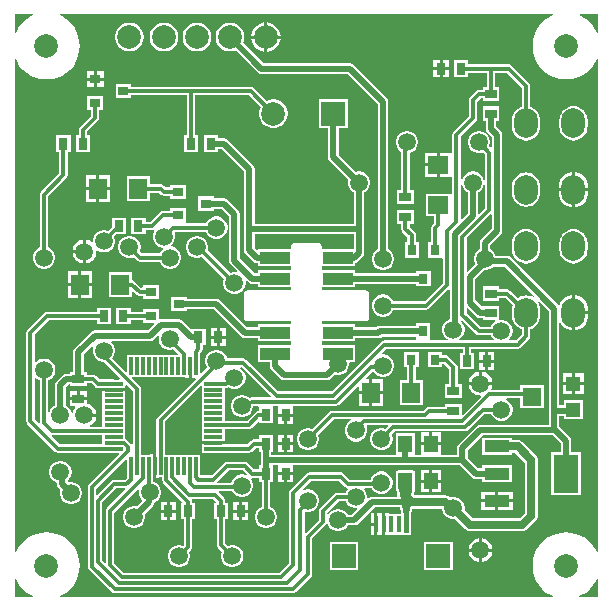
<source format=gbr>
%TF.GenerationSoftware,Altium Limited,Altium Designer,21.2.1 (34)*%
G04 Layer_Physical_Order=2*
G04 Layer_Color=11511158*
%FSLAX25Y25*%
%MOIN*%
%TF.SameCoordinates,9F7D5B0E-9DD4-4BF0-BF89-A6B7BC673C6C*%
%TF.FilePolarity,Positive*%
%TF.FileFunction,Copper,L2,Bot,Signal*%
%TF.Part,Single*%
G01*
G75*
%TA.AperFunction,Conductor*%
%ADD10C,0.01181*%
%ADD11C,0.01968*%
%TA.AperFunction,ComponentPad*%
%ADD12O,0.07874X0.09843*%
%ADD13R,0.07874X0.07874*%
%ADD14C,0.07874*%
%ADD15C,0.05906*%
%TA.AperFunction,ViaPad*%
%ADD16C,0.07874*%
%ADD17C,0.05906*%
%TA.AperFunction,SMDPad,CuDef*%
%ADD18R,0.03740X0.03150*%
%ADD19R,0.03150X0.03740*%
%ADD20R,0.03150X0.03937*%
%ADD21R,0.06000X0.07000*%
%ADD22R,0.07000X0.06000*%
%ADD23R,0.05906X0.01181*%
%ADD24R,0.03937X0.03150*%
%ADD25R,0.01181X0.05906*%
%ADD26R,0.04500X0.05400*%
%ADD27R,0.07874X0.07874*%
%ADD28R,0.01575X0.05512*%
%ADD29R,0.08465X0.03937*%
%ADD30R,0.08465X0.12992*%
%ADD31R,0.06299X0.06299*%
%ADD32R,0.04724X0.04724*%
%ADD33R,0.09843X0.03937*%
%TA.AperFunction,Conductor*%
%ADD34C,0.02756*%
G36*
X195646Y189525D02*
X195260Y189448D01*
X194987Y190108D01*
X194071Y191602D01*
X192934Y192934D01*
X191602Y194071D01*
X190108Y194987D01*
X189448Y195260D01*
X189525Y195646D01*
X195646D01*
Y189525D01*
D02*
G37*
G36*
X7402Y195260D02*
X6742Y194987D01*
X5249Y194071D01*
X3917Y192934D01*
X2779Y191602D01*
X1863Y190108D01*
X1590Y189448D01*
X1204Y189525D01*
Y195646D01*
X7325D01*
X7402Y195260D01*
D02*
G37*
G36*
X180630D02*
X179971Y194987D01*
X178477Y194071D01*
X177145Y192934D01*
X176007Y191602D01*
X175092Y190108D01*
X174422Y188489D01*
X174012Y186786D01*
X173875Y185039D01*
X174012Y183293D01*
X174422Y181589D01*
X175092Y179971D01*
X176007Y178477D01*
X177145Y177145D01*
X178477Y176007D01*
X179971Y175092D01*
X181589Y174422D01*
X183293Y174012D01*
X185039Y173875D01*
X186786Y174012D01*
X188489Y174422D01*
X190108Y175092D01*
X191602Y176007D01*
X192934Y177145D01*
X194071Y178477D01*
X194987Y179971D01*
X195260Y180630D01*
X195646Y180553D01*
Y16297D01*
X195260Y16220D01*
X194987Y16880D01*
X194071Y18373D01*
X192934Y19705D01*
X191602Y20843D01*
X190108Y21758D01*
X188489Y22429D01*
X186786Y22838D01*
X185039Y22975D01*
X183293Y22838D01*
X181589Y22429D01*
X179971Y21758D01*
X178477Y20843D01*
X177145Y19705D01*
X176007Y18373D01*
X175092Y16880D01*
X174422Y15261D01*
X174012Y13557D01*
X173875Y11811D01*
X174012Y10064D01*
X174422Y8361D01*
X175092Y6742D01*
X176007Y5249D01*
X177145Y3917D01*
X178477Y2779D01*
X179971Y1863D01*
X180630Y1590D01*
X180553Y1204D01*
X16297D01*
X16220Y1590D01*
X16880Y1863D01*
X18373Y2779D01*
X19705Y3917D01*
X20843Y5249D01*
X21758Y6742D01*
X22429Y8361D01*
X22838Y10064D01*
X22975Y11811D01*
X22838Y13557D01*
X22429Y15261D01*
X21758Y16880D01*
X20843Y18373D01*
X19705Y19705D01*
X18373Y20843D01*
X16880Y21758D01*
X15261Y22429D01*
X13557Y22838D01*
X11811Y22975D01*
X10064Y22838D01*
X8361Y22429D01*
X6742Y21758D01*
X5249Y20843D01*
X3917Y19705D01*
X2779Y18373D01*
X1863Y16880D01*
X1590Y16220D01*
X1204Y16297D01*
Y180553D01*
X1590Y180630D01*
X1863Y179971D01*
X2779Y178477D01*
X3917Y177145D01*
X5249Y176007D01*
X6742Y175092D01*
X8361Y174422D01*
X10064Y174012D01*
X11811Y173875D01*
X13557Y174012D01*
X15261Y174422D01*
X16880Y175092D01*
X18373Y176007D01*
X19705Y177145D01*
X20843Y178477D01*
X21758Y179971D01*
X22429Y181589D01*
X22838Y183293D01*
X22975Y185039D01*
X22838Y186786D01*
X22429Y188489D01*
X21758Y190108D01*
X20843Y191602D01*
X19705Y192934D01*
X18373Y194071D01*
X16880Y194987D01*
X16220Y195260D01*
X16297Y195646D01*
X180553D01*
X180630Y195260D01*
D02*
G37*
G36*
X195646Y7325D02*
Y1204D01*
X189525D01*
X189448Y1590D01*
X190108Y1863D01*
X191602Y2779D01*
X192934Y3917D01*
X194071Y5249D01*
X194987Y6742D01*
X195260Y7402D01*
X195646Y7325D01*
D02*
G37*
G36*
X1863Y6742D02*
X2779Y5249D01*
X3917Y3917D01*
X5249Y2779D01*
X6742Y1863D01*
X7402Y1590D01*
X7325Y1204D01*
X1204D01*
Y7325D01*
X1590Y7402D01*
X1863Y6742D01*
D02*
G37*
%LPC*%
G36*
X85500Y192934D02*
Y188500D01*
X89934D01*
X89747Y189440D01*
X89375Y190339D01*
X88835Y191147D01*
X88147Y191835D01*
X87339Y192375D01*
X86440Y192747D01*
X85500Y192934D01*
D02*
G37*
G36*
X84500D02*
X83560Y192747D01*
X82661Y192375D01*
X81853Y191835D01*
X81165Y191147D01*
X80625Y190339D01*
X80253Y189440D01*
X80066Y188500D01*
X84500D01*
Y192934D01*
D02*
G37*
G36*
X62465Y192724D02*
X61535D01*
X60622Y192543D01*
X59762Y192187D01*
X58988Y191670D01*
X58330Y191012D01*
X57813Y190238D01*
X57457Y189378D01*
X57276Y188465D01*
Y187535D01*
X57457Y186622D01*
X57813Y185762D01*
X58330Y184988D01*
X58988Y184330D01*
X59762Y183813D01*
X60622Y183457D01*
X61535Y183276D01*
X62465D01*
X63378Y183457D01*
X64238Y183813D01*
X65012Y184330D01*
X65670Y184988D01*
X66187Y185762D01*
X66543Y186622D01*
X66724Y187535D01*
Y188465D01*
X66543Y189378D01*
X66187Y190238D01*
X65670Y191012D01*
X65012Y191670D01*
X64238Y192187D01*
X63378Y192543D01*
X62465Y192724D01*
D02*
G37*
G36*
X51465D02*
X50535D01*
X49622Y192543D01*
X48762Y192187D01*
X47988Y191670D01*
X47330Y191012D01*
X46813Y190238D01*
X46457Y189378D01*
X46276Y188465D01*
Y187535D01*
X46457Y186622D01*
X46813Y185762D01*
X47330Y184988D01*
X47988Y184330D01*
X48762Y183813D01*
X49622Y183457D01*
X50535Y183276D01*
X51465D01*
X52378Y183457D01*
X53238Y183813D01*
X54012Y184330D01*
X54670Y184988D01*
X55187Y185762D01*
X55543Y186622D01*
X55724Y187535D01*
Y188465D01*
X55543Y189378D01*
X55187Y190238D01*
X54670Y191012D01*
X54012Y191670D01*
X53238Y192187D01*
X52378Y192543D01*
X51465Y192724D01*
D02*
G37*
G36*
X39965D02*
X39035D01*
X38122Y192543D01*
X37262Y192187D01*
X36488Y191670D01*
X35830Y191012D01*
X35313Y190238D01*
X34957Y189378D01*
X34776Y188465D01*
Y187535D01*
X34957Y186622D01*
X35313Y185762D01*
X35830Y184988D01*
X36488Y184330D01*
X37262Y183813D01*
X38122Y183457D01*
X39035Y183276D01*
X39965D01*
X40878Y183457D01*
X41738Y183813D01*
X42512Y184330D01*
X43170Y184988D01*
X43687Y185762D01*
X44043Y186622D01*
X44224Y187535D01*
Y188465D01*
X44043Y189378D01*
X43687Y190238D01*
X43170Y191012D01*
X42512Y191670D01*
X41738Y192187D01*
X40878Y192543D01*
X39965Y192724D01*
D02*
G37*
G36*
X89934Y187500D02*
X85500D01*
Y183066D01*
X86440Y183253D01*
X87339Y183625D01*
X88147Y184165D01*
X88835Y184853D01*
X89375Y185661D01*
X89747Y186560D01*
X89934Y187500D01*
D02*
G37*
G36*
X84500D02*
X80066D01*
X80253Y186560D01*
X80625Y185661D01*
X81165Y184853D01*
X81853Y184165D01*
X82661Y183625D01*
X83560Y183253D01*
X84500Y183066D01*
Y187500D01*
D02*
G37*
G36*
X145980Y180468D02*
X143905D01*
Y178000D01*
X145980D01*
Y180468D01*
D02*
G37*
G36*
X142905D02*
X140831D01*
Y178000D01*
X142905D01*
Y180468D01*
D02*
G37*
G36*
X145980Y177000D02*
X143905D01*
Y174531D01*
X145980D01*
Y177000D01*
D02*
G37*
G36*
X142905D02*
X140831D01*
Y174531D01*
X142905D01*
Y177000D01*
D02*
G37*
G36*
X30921Y176512D02*
X28551D01*
Y174437D01*
X30921D01*
Y176512D01*
D02*
G37*
G36*
X27551D02*
X25181D01*
Y174437D01*
X27551D01*
Y176512D01*
D02*
G37*
G36*
X30921Y173437D02*
X28551D01*
Y171362D01*
X30921D01*
Y173437D01*
D02*
G37*
G36*
X27551D02*
X25181D01*
Y171362D01*
X27551D01*
Y173437D01*
D02*
G37*
G36*
X40157Y172362D02*
X34843D01*
Y167638D01*
X40157D01*
Y168595D01*
X58595D01*
Y155256D01*
X57638D01*
Y149744D01*
X62362D01*
Y155256D01*
X61405D01*
Y168595D01*
X79418D01*
X83302Y164711D01*
X82957Y163878D01*
X82776Y162965D01*
Y162035D01*
X82957Y161122D01*
X83313Y160262D01*
X83830Y159488D01*
X84488Y158830D01*
X85262Y158313D01*
X86122Y157957D01*
X87035Y157776D01*
X87965D01*
X88878Y157957D01*
X89738Y158313D01*
X90512Y158830D01*
X91170Y159488D01*
X91687Y160262D01*
X92043Y161122D01*
X92224Y162035D01*
Y162965D01*
X92043Y163878D01*
X91687Y164738D01*
X91170Y165512D01*
X90512Y166170D01*
X89738Y166687D01*
X88878Y167043D01*
X87965Y167224D01*
X87035D01*
X86122Y167043D01*
X85289Y166698D01*
X80993Y170993D01*
X80538Y171298D01*
X80000Y171405D01*
X40157D01*
Y172362D01*
D02*
G37*
G36*
X187500Y164944D02*
X186574Y164853D01*
X185683Y164583D01*
X184863Y164144D01*
X184143Y163554D01*
X183553Y162834D01*
X183114Y162014D01*
X182844Y161123D01*
X182753Y160197D01*
Y158228D01*
X182844Y157302D01*
X183114Y156412D01*
X183553Y155591D01*
X184143Y154871D01*
X184863Y154281D01*
X185683Y153842D01*
X186574Y153572D01*
X187500Y153481D01*
X188426Y153572D01*
X189317Y153842D01*
X190137Y154281D01*
X190857Y154871D01*
X191447Y155591D01*
X191886Y156412D01*
X192156Y157302D01*
X192247Y158228D01*
Y160197D01*
X192156Y161123D01*
X191886Y162014D01*
X191447Y162834D01*
X190857Y163554D01*
X190137Y164144D01*
X189317Y164583D01*
X188426Y164853D01*
X187500Y164944D01*
D02*
G37*
G36*
X152362Y180256D02*
X147638D01*
Y174744D01*
X152362D01*
Y176095D01*
X158595D01*
Y171457D01*
X157244D01*
Y170499D01*
X156095D01*
X155557Y170393D01*
X155101Y170088D01*
X153006Y167993D01*
X152702Y167538D01*
X152595Y167000D01*
Y161582D01*
X147506Y156493D01*
X147202Y156038D01*
X147095Y155500D01*
Y149854D01*
X147000Y149500D01*
X146701Y149500D01*
X143000D01*
Y145500D01*
Y141500D01*
X146701D01*
X147000Y141500D01*
X147095Y141146D01*
Y135995D01*
X146787Y135787D01*
X146701Y135787D01*
X138213D01*
Y128213D01*
X141095D01*
Y126082D01*
X140506Y125494D01*
X140202Y125038D01*
X140095Y124500D01*
Y119606D01*
X139075D01*
Y114291D01*
X143701D01*
X143799Y114291D01*
X144095Y114055D01*
Y106082D01*
X137918Y99905D01*
X127496D01*
X127485Y99944D01*
X126993Y100796D01*
X126296Y101493D01*
X125444Y101985D01*
X124492Y102240D01*
X123508D01*
X122556Y101985D01*
X121704Y101493D01*
X121007Y100796D01*
X120515Y99944D01*
X120260Y98992D01*
Y98008D01*
X120515Y97056D01*
X121007Y96204D01*
X121704Y95507D01*
X122556Y95015D01*
X123508Y94760D01*
X124492D01*
X125444Y95015D01*
X126296Y95507D01*
X126993Y96204D01*
X127485Y97056D01*
X127496Y97095D01*
X138500D01*
X139038Y97202D01*
X139494Y97507D01*
X145830Y103843D01*
X146194Y103692D01*
Y94022D01*
X146056Y93985D01*
X145203Y93493D01*
X144507Y92796D01*
X144015Y91944D01*
X143760Y90992D01*
Y90008D01*
X144015Y89056D01*
X144507Y88204D01*
X145203Y87507D01*
X145565Y87299D01*
X145459Y86905D01*
X139817D01*
X139799Y87291D01*
X139799Y87299D01*
Y92606D01*
X135075D01*
Y91755D01*
X122949D01*
X122257Y91618D01*
X121792Y91306D01*
X114709D01*
Y92256D01*
X103566D01*
Y93284D01*
X118110D01*
X118571Y93376D01*
X118962Y93637D01*
X119223Y94027D01*
X119315Y94488D01*
Y102362D01*
X119223Y102823D01*
X118962Y103214D01*
X118571Y103475D01*
X118110Y103566D01*
X103566D01*
Y104744D01*
X114709D01*
Y105694D01*
X135138D01*
Y104842D01*
X139862D01*
Y110158D01*
X135138D01*
Y109306D01*
X114709D01*
Y110256D01*
X103566D01*
Y111744D01*
X114709D01*
Y112735D01*
X115191Y112831D01*
X115777Y113223D01*
X117277Y114723D01*
X117669Y115309D01*
X117806Y116000D01*
Y124000D01*
Y136224D01*
X118297Y136507D01*
X118993Y137204D01*
X119485Y138056D01*
X119740Y139008D01*
Y139992D01*
X119485Y140944D01*
X118993Y141797D01*
X118297Y142493D01*
X117444Y142985D01*
X116492Y143240D01*
X115508D01*
X114961Y143094D01*
X109306Y148748D01*
Y157776D01*
X112224D01*
Y167224D01*
X102776D01*
Y157776D01*
X105694D01*
Y148000D01*
X105831Y147309D01*
X106223Y146723D01*
X112406Y140539D01*
X112260Y139992D01*
Y139008D01*
X112515Y138056D01*
X113007Y137204D01*
X113704Y136507D01*
X114194Y136224D01*
Y125806D01*
X81306D01*
Y144000D01*
X81169Y144691D01*
X80777Y145277D01*
X72277Y153777D01*
X71691Y154169D01*
X71000Y154306D01*
X68957D01*
Y155256D01*
X64232D01*
Y149744D01*
X68957D01*
Y150694D01*
X70252D01*
X77694Y143252D01*
Y124000D01*
Y117000D01*
X77831Y116309D01*
X78223Y115723D01*
X80723Y113223D01*
X81309Y112831D01*
X82000Y112694D01*
X82291D01*
Y111744D01*
X93284D01*
Y110256D01*
X82291D01*
Y109306D01*
X81248D01*
X76306Y114248D01*
Y129000D01*
X76169Y129691D01*
X75777Y130277D01*
X72277Y133777D01*
X71691Y134169D01*
X71000Y134306D01*
X67658D01*
Y134862D01*
X62343D01*
Y130138D01*
X67658D01*
Y130694D01*
X70252D01*
X72694Y128252D01*
Y113500D01*
X72831Y112809D01*
X73223Y112223D01*
X75409Y110036D01*
X75206Y109683D01*
X74992Y109740D01*
X74008D01*
X73056Y109485D01*
X73022Y109465D01*
X65579Y116908D01*
X65740Y117508D01*
Y118492D01*
X65485Y119444D01*
X64993Y120297D01*
X64297Y120993D01*
X63444Y121485D01*
X62492Y121740D01*
X61508D01*
X60556Y121485D01*
X59703Y120993D01*
X59007Y120297D01*
X58515Y119444D01*
X58260Y118492D01*
Y117508D01*
X58515Y116556D01*
X59007Y115703D01*
X59703Y115007D01*
X60556Y114515D01*
X61508Y114260D01*
X62492D01*
X63444Y114515D01*
X63795Y114718D01*
X71035Y107478D01*
X71015Y107444D01*
X70760Y106492D01*
Y105508D01*
X71015Y104556D01*
X71507Y103703D01*
X72203Y103007D01*
X73056Y102515D01*
X74008Y102260D01*
X74992D01*
X75944Y102515D01*
X76797Y103007D01*
X77493Y103703D01*
X77985Y104556D01*
X78240Y105508D01*
Y106492D01*
X78183Y106706D01*
X78536Y106909D01*
X79223Y106223D01*
X79809Y105831D01*
X80500Y105694D01*
X82291D01*
Y104744D01*
X93284D01*
Y103566D01*
X78740D01*
X78279Y103475D01*
X77889Y103214D01*
X77628Y102823D01*
X77536Y102362D01*
Y94488D01*
X77628Y94027D01*
X77889Y93637D01*
X78279Y93376D01*
X78740Y93284D01*
X93284D01*
Y92256D01*
X82291D01*
Y91306D01*
X78748D01*
X69777Y100277D01*
X69191Y100669D01*
X68500Y100806D01*
X58657D01*
Y101362D01*
X53342D01*
Y96638D01*
X58657D01*
Y97194D01*
X67752D01*
X76723Y88223D01*
X77309Y87831D01*
X78000Y87694D01*
X82291D01*
Y86744D01*
X93284D01*
Y85256D01*
X82291D01*
Y79744D01*
X86194D01*
Y78500D01*
X86331Y77809D01*
X86723Y77223D01*
X89723Y74223D01*
X90309Y73831D01*
X91000Y73694D01*
X105500D01*
X106191Y73831D01*
X106777Y74223D01*
X107961Y75406D01*
X108508Y75260D01*
X109492D01*
X110444Y75515D01*
X111296Y76007D01*
X111993Y76704D01*
X112485Y77556D01*
X112740Y78508D01*
Y79492D01*
X112933Y79744D01*
X114709D01*
Y85256D01*
X103566D01*
Y86744D01*
X114709D01*
Y87694D01*
X122500D01*
X123191Y87831D01*
X123657Y88143D01*
X135075D01*
Y87299D01*
X135075Y87291D01*
X135057Y86905D01*
X124500D01*
X123962Y86798D01*
X123506Y86493D01*
X106887Y69873D01*
X89113D01*
X78493Y80493D01*
X78038Y80798D01*
X77500Y80905D01*
X72130D01*
X71985Y81444D01*
X71493Y82297D01*
X70797Y82993D01*
X69944Y83485D01*
X68992Y83740D01*
X68008D01*
X67056Y83485D01*
X66203Y82993D01*
X65507Y82297D01*
X65015Y81444D01*
X64760Y80492D01*
Y79508D01*
X65015Y78556D01*
X65401Y77888D01*
X63395Y75882D01*
X63032Y76033D01*
Y78132D01*
X63059Y78268D01*
Y82572D01*
X63493Y83007D01*
X63798Y83462D01*
X63905Y84000D01*
Y85244D01*
X64862D01*
Y90756D01*
X60138D01*
X60138Y90756D01*
Y90756D01*
X59808Y90914D01*
X57277Y93445D01*
X56691Y93837D01*
X56000Y93974D01*
X50168D01*
X49602Y93862D01*
X49209Y94095D01*
Y97425D01*
X43894D01*
Y96405D01*
X39862D01*
Y97756D01*
X35138D01*
Y92244D01*
X39862D01*
Y93595D01*
X43894D01*
Y92701D01*
X47632D01*
X47782Y92337D01*
X45752Y90306D01*
X28000D01*
X27309Y90169D01*
X26723Y89777D01*
X21223Y84277D01*
X20831Y83691D01*
X20694Y83000D01*
Y76457D01*
X19744D01*
Y75806D01*
X18500D01*
X17809Y75669D01*
X17223Y75277D01*
X15223Y73277D01*
X14831Y72691D01*
X14694Y72000D01*
Y65276D01*
X14203Y64993D01*
X13507Y64297D01*
X13015Y63444D01*
X12799Y62637D01*
X12405Y62689D01*
Y73527D01*
X12475Y73546D01*
X13328Y74038D01*
X14024Y74735D01*
X14516Y75588D01*
X14771Y76539D01*
Y77524D01*
X14516Y78475D01*
X14024Y79328D01*
X13328Y80024D01*
X12475Y80516D01*
X11524Y80771D01*
X10539D01*
X9588Y80516D01*
X8735Y80024D01*
X8299Y79588D01*
X7905Y79751D01*
Y88918D01*
X12582Y93595D01*
X28543D01*
Y92244D01*
X33268D01*
Y97756D01*
X28543D01*
Y96405D01*
X12000D01*
X11462Y96298D01*
X11007Y95993D01*
X5507Y90493D01*
X5202Y90038D01*
X5095Y89500D01*
Y60000D01*
X5202Y59462D01*
X5507Y59007D01*
X14699Y49814D01*
X15155Y49509D01*
X15693Y49402D01*
X34193D01*
X34329Y49429D01*
X35928D01*
X36079Y49065D01*
X26006Y38993D01*
X25702Y38538D01*
X25595Y38000D01*
Y11500D01*
X25702Y10962D01*
X26006Y10507D01*
X33569Y2944D01*
X34025Y2639D01*
X34563Y2532D01*
X93937D01*
X94475Y2639D01*
X94930Y2944D01*
X99993Y8007D01*
X100298Y8462D01*
X100405Y9000D01*
Y20918D01*
X104993Y25506D01*
X105084Y25642D01*
X105511Y25572D01*
X105515Y25556D01*
X106007Y24703D01*
X106703Y24007D01*
X107556Y23515D01*
X108508Y23260D01*
X109492D01*
X110444Y23515D01*
X111296Y24007D01*
X111993Y24703D01*
X112276Y25194D01*
X114500D01*
X115191Y25331D01*
X115777Y25723D01*
X119462Y29407D01*
X119846Y29235D01*
X119846Y29055D01*
Y26130D01*
X121134D01*
Y29386D01*
X120205D01*
X119997Y29386D01*
X119825Y29771D01*
X121248Y31194D01*
X129616D01*
X129963Y29478D01*
X129714Y29173D01*
X125980D01*
Y29386D01*
X124693D01*
Y25630D01*
Y21874D01*
X125980D01*
Y22087D01*
X130650D01*
X130693Y22058D01*
X131000Y21997D01*
X132700D01*
X133007Y22058D01*
X133050Y22087D01*
X133445D01*
Y22509D01*
X133503Y22800D01*
Y28350D01*
X133807Y30811D01*
X133814Y30816D01*
X143743D01*
X143760Y30799D01*
Y30508D01*
X144015Y29556D01*
X144507Y28703D01*
X145203Y28007D01*
X146056Y27515D01*
X147008Y27260D01*
X147992D01*
X148118Y27294D01*
X151456Y23956D01*
X151908Y23609D01*
X152435Y23390D01*
X153000Y23316D01*
X170500D01*
X171065Y23390D01*
X171592Y23609D01*
X172044Y23956D01*
X175044Y26956D01*
X175391Y27408D01*
X175610Y27935D01*
X175684Y28500D01*
Y47000D01*
X175610Y47565D01*
X175391Y48092D01*
X175044Y48544D01*
X170489Y53100D01*
X170037Y53447D01*
X169510Y53665D01*
X168945Y53739D01*
X166988D01*
Y54311D01*
X156949D01*
Y48799D01*
X166988D01*
Y49371D01*
X168040D01*
X171316Y46095D01*
Y29405D01*
X169595Y27684D01*
X153905D01*
X151207Y30382D01*
X151240Y30508D01*
Y31492D01*
X150985Y32444D01*
X150493Y33296D01*
X149796Y33993D01*
X148944Y34485D01*
X147992Y34740D01*
X147008D01*
X146210Y34526D01*
X146192Y34544D01*
X145740Y34891D01*
X145213Y35110D01*
X144648Y35184D01*
X134718D01*
X134388Y35514D01*
X134512Y36513D01*
X134537D01*
Y36721D01*
X134597Y37201D01*
X134593Y37251D01*
X134603Y37300D01*
Y42800D01*
X134542Y43107D01*
X134537Y43114D01*
Y43487D01*
X134188D01*
X134107Y43542D01*
X133800Y43603D01*
X129200D01*
X128893Y43542D01*
X128812Y43487D01*
X128463D01*
Y43114D01*
X128458Y43107D01*
X128397Y42800D01*
Y37300D01*
X128413Y37221D01*
X128413Y37141D01*
X128463Y36896D01*
Y36513D01*
X128540D01*
X128824Y35111D01*
X128574Y34806D01*
X120500D01*
X119809Y34669D01*
X119223Y34277D01*
X119134Y34188D01*
X118740Y34352D01*
Y35162D01*
X118485Y36113D01*
X117993Y36966D01*
X117727Y37231D01*
X117878Y37595D01*
X120281D01*
X120507Y37203D01*
X121203Y36507D01*
X122056Y36015D01*
X123008Y35760D01*
X123992D01*
X124944Y36015D01*
X125796Y36507D01*
X126493Y37203D01*
X126985Y38056D01*
X127240Y39008D01*
Y39992D01*
X126985Y40944D01*
X126493Y41796D01*
X125796Y42493D01*
X124944Y42985D01*
X123992Y43240D01*
X123008D01*
X122056Y42985D01*
X121203Y42493D01*
X120507Y41796D01*
X120015Y40944D01*
X119870Y40405D01*
X113082D01*
X110994Y42494D01*
X110538Y42798D01*
X110000Y42905D01*
X99500D01*
X98962Y42798D01*
X98507Y42494D01*
X93007Y36994D01*
X92702Y36538D01*
X92595Y36000D01*
Y12582D01*
X89418Y9405D01*
X37582D01*
X34405Y12582D01*
Y29481D01*
X42383Y37459D01*
X42736Y37256D01*
X42591Y36711D01*
Y35727D01*
X42845Y34775D01*
X43338Y33923D01*
X43853Y33408D01*
X42039Y31594D01*
X41492Y31740D01*
X40508D01*
X39556Y31485D01*
X38704Y30993D01*
X38007Y30296D01*
X37515Y29444D01*
X37260Y28492D01*
Y27508D01*
X37515Y26556D01*
X38007Y25703D01*
X38704Y25007D01*
X39556Y24515D01*
X40508Y24260D01*
X41492D01*
X42444Y24515D01*
X43297Y25007D01*
X43993Y25703D01*
X44485Y26556D01*
X44740Y27508D01*
Y28492D01*
X44594Y29039D01*
X47277Y31723D01*
X47669Y32309D01*
X47752Y32728D01*
X47774Y32734D01*
X48627Y33226D01*
X49324Y33923D01*
X49816Y34775D01*
X50071Y35727D01*
Y36711D01*
X49816Y37663D01*
X49324Y38516D01*
X48627Y39212D01*
X47774Y39704D01*
X47311Y39829D01*
Y41047D01*
X47374D01*
Y45000D01*
Y48953D01*
X46284D01*
Y48740D01*
X43374D01*
Y70531D01*
X43266Y71069D01*
X42962Y71525D01*
X40323Y74164D01*
X40474Y74528D01*
X58095D01*
Y74315D01*
X59185D01*
Y78268D01*
X60185D01*
Y74315D01*
X61271D01*
X61547Y74033D01*
X48849Y61336D01*
X48544Y60880D01*
X48438Y60343D01*
Y48953D01*
X48374D01*
Y45000D01*
Y41047D01*
X49465D01*
Y41260D01*
X50406D01*
Y40189D01*
X50513Y39651D01*
X50818Y39195D01*
X56893Y33120D01*
X56743Y32756D01*
X56732D01*
Y27244D01*
X57689D01*
Y18788D01*
X57619Y18700D01*
X57367Y18506D01*
X56492Y18740D01*
X55508D01*
X54556Y18485D01*
X53703Y17993D01*
X53007Y17297D01*
X52515Y16444D01*
X52260Y15492D01*
Y14508D01*
X52515Y13556D01*
X53007Y12704D01*
X53703Y12007D01*
X54556Y11515D01*
X55508Y11260D01*
X56492D01*
X57444Y11515D01*
X58297Y12007D01*
X58993Y12704D01*
X59485Y13556D01*
X59740Y14508D01*
Y15492D01*
X59485Y16444D01*
X59465Y16478D01*
X60088Y17101D01*
X60392Y17557D01*
X60499Y18094D01*
Y27244D01*
X61457D01*
Y32756D01*
X60405D01*
Y33000D01*
X60298Y33538D01*
X60189Y33701D01*
X60399Y34095D01*
X67418D01*
X68363Y33150D01*
X68200Y32756D01*
X67638D01*
Y27244D01*
X68595D01*
Y18717D01*
X68702Y18179D01*
X69007Y17723D01*
X70251Y16478D01*
X70231Y16444D01*
X69976Y15492D01*
Y14508D01*
X70231Y13556D01*
X70724Y12704D01*
X71420Y12007D01*
X72273Y11515D01*
X73224Y11260D01*
X74209D01*
X75160Y11515D01*
X76013Y12007D01*
X76709Y12704D01*
X77202Y13556D01*
X77457Y14508D01*
Y15492D01*
X77202Y16444D01*
X76709Y17297D01*
X76013Y17993D01*
X75160Y18485D01*
X74209Y18740D01*
X73224D01*
X72273Y18485D01*
X72238Y18465D01*
X71405Y19298D01*
Y27244D01*
X72362D01*
Y32756D01*
X71405D01*
Y33500D01*
X71298Y34038D01*
X70993Y34493D01*
X69286Y36201D01*
X69449Y36595D01*
X73781D01*
X74007Y36204D01*
X74704Y35507D01*
X75556Y35015D01*
X76508Y34760D01*
X77492D01*
X78444Y35015D01*
X79296Y35507D01*
X79993Y36204D01*
X80485Y37056D01*
X80740Y38008D01*
Y38992D01*
X80485Y39944D01*
X79994Y40794D01*
X79997Y40803D01*
X80189Y41157D01*
X80500Y41095D01*
X82638D01*
Y39744D01*
X83595D01*
Y31496D01*
X83556Y31485D01*
X82704Y30993D01*
X82007Y30296D01*
X81515Y29444D01*
X81260Y28492D01*
Y27508D01*
X81515Y26556D01*
X82007Y25703D01*
X82704Y25007D01*
X83556Y24515D01*
X84508Y24260D01*
X85492D01*
X86444Y24515D01*
X87296Y25007D01*
X87993Y25703D01*
X88485Y26556D01*
X88740Y27508D01*
Y28492D01*
X88485Y29444D01*
X87993Y30296D01*
X87296Y30993D01*
X86444Y31485D01*
X86405Y31496D01*
Y39744D01*
X87362D01*
Y45194D01*
X89020D01*
Y43000D01*
X94169D01*
Y45194D01*
X149752D01*
X153723Y41223D01*
X154309Y40831D01*
X155000Y40694D01*
X156949D01*
Y39744D01*
X166988D01*
Y45256D01*
X156949D01*
Y44306D01*
X155748D01*
X152306Y47748D01*
Y50252D01*
X157248Y55194D01*
X180752D01*
X183194Y52752D01*
Y49784D01*
X179980D01*
Y35217D01*
X190020D01*
Y49784D01*
X186806D01*
Y53500D01*
X186669Y54191D01*
X186277Y54777D01*
X182806Y58248D01*
Y61694D01*
X184350D01*
Y60689D01*
X190650D01*
Y66988D01*
X184350D01*
Y65306D01*
X182806D01*
Y92654D01*
X183200Y92753D01*
X183375Y92425D01*
X183992Y91673D01*
X184744Y91056D01*
X185601Y90598D01*
X186532Y90316D01*
X187000Y90269D01*
Y96165D01*
Y102061D01*
X186532Y102015D01*
X185601Y101733D01*
X184744Y101274D01*
X183992Y100657D01*
X183375Y99906D01*
X182917Y99048D01*
X182794Y98644D01*
X182405Y98586D01*
X182277Y98777D01*
X166531Y114524D01*
X165945Y114916D01*
X165253Y115053D01*
X161590D01*
X161485Y115444D01*
X160993Y116297D01*
X160296Y116993D01*
X159806Y117276D01*
Y118752D01*
X163277Y122223D01*
X163669Y122809D01*
X163806Y123500D01*
Y155500D01*
X163669Y156191D01*
X163277Y156777D01*
X161806Y158248D01*
Y160138D01*
X162756D01*
Y164862D01*
X157244D01*
Y160138D01*
X158194D01*
Y157500D01*
X158331Y156809D01*
X158723Y156223D01*
X160194Y154752D01*
Y151308D01*
X159830Y151157D01*
X159465Y151522D01*
X159485Y151556D01*
X159740Y152508D01*
Y153492D01*
X159485Y154444D01*
X158993Y155297D01*
X158297Y155993D01*
X157444Y156485D01*
X156492Y156740D01*
X155508D01*
X154556Y156485D01*
X153703Y155993D01*
X153007Y155297D01*
X152515Y154444D01*
X152260Y153492D01*
Y152508D01*
X152515Y151556D01*
X153007Y150704D01*
X153703Y150007D01*
X154556Y149515D01*
X155508Y149260D01*
X156492D01*
X157444Y149515D01*
X157478Y149535D01*
X158095Y148918D01*
Y140189D01*
X157701Y140137D01*
X157485Y140944D01*
X156993Y141797D01*
X156297Y142493D01*
X155444Y142985D01*
X154492Y143240D01*
X153508D01*
X152556Y142985D01*
X151704Y142493D01*
X151007Y141797D01*
X150515Y140944D01*
X150299Y140137D01*
X149905Y140189D01*
Y154918D01*
X154993Y160006D01*
X155298Y160462D01*
X155405Y161000D01*
Y166418D01*
X156676Y167690D01*
X157244D01*
Y166732D01*
X162756D01*
Y171457D01*
X161405D01*
Y176095D01*
X165418D01*
X170347Y171166D01*
Y164708D01*
X169935Y164583D01*
X169114Y164144D01*
X168395Y163554D01*
X167805Y162834D01*
X167366Y162014D01*
X167096Y161123D01*
X167005Y160197D01*
Y158228D01*
X167096Y157302D01*
X167366Y156412D01*
X167805Y155591D01*
X168395Y154871D01*
X169114Y154281D01*
X169935Y153842D01*
X170826Y153572D01*
X171752Y153481D01*
X172678Y153572D01*
X173569Y153842D01*
X174389Y154281D01*
X175109Y154871D01*
X175699Y155591D01*
X176138Y156412D01*
X176408Y157302D01*
X176499Y158228D01*
Y160197D01*
X176408Y161123D01*
X176138Y162014D01*
X175699Y162834D01*
X175109Y163554D01*
X174389Y164144D01*
X173569Y164583D01*
X173157Y164708D01*
Y171748D01*
X173050Y172286D01*
X172745Y172741D01*
X166993Y178493D01*
X166538Y178798D01*
X166000Y178905D01*
X152362D01*
Y180256D01*
D02*
G37*
G36*
X30709Y168425D02*
X25394D01*
Y163701D01*
X26646D01*
Y161633D01*
X23101Y158088D01*
X22796Y157632D01*
X22690Y157095D01*
Y155256D01*
X21732D01*
Y149744D01*
X26457D01*
Y155256D01*
X25499D01*
Y156512D01*
X29045Y160058D01*
X29349Y160513D01*
X29456Y161051D01*
Y163701D01*
X30709D01*
Y168425D01*
D02*
G37*
G36*
X142000Y149500D02*
X138000D01*
Y146000D01*
X142000D01*
Y149500D01*
D02*
G37*
G36*
Y145000D02*
X138000D01*
Y141500D01*
X142000D01*
Y145000D01*
D02*
G37*
G36*
X33000Y142000D02*
X29500D01*
Y138000D01*
X33000D01*
Y142000D01*
D02*
G37*
G36*
X28500D02*
X25000D01*
Y138000D01*
X28500D01*
Y142000D01*
D02*
G37*
G36*
X188000Y143061D02*
Y137665D01*
X192461D01*
Y138150D01*
X192366Y139117D01*
X192083Y140048D01*
X191625Y140906D01*
X191008Y141657D01*
X190256Y142274D01*
X189399Y142733D01*
X188468Y143015D01*
X188000Y143061D01*
D02*
G37*
G36*
X187000D02*
X186532Y143015D01*
X185601Y142733D01*
X184744Y142274D01*
X183992Y141657D01*
X183375Y140906D01*
X182917Y140048D01*
X182634Y139117D01*
X182539Y138150D01*
Y137665D01*
X187000D01*
Y143061D01*
D02*
G37*
G36*
X46287Y141787D02*
X38713D01*
Y133213D01*
X46287D01*
Y136095D01*
X49418D01*
X50007Y135506D01*
X50462Y135202D01*
X51000Y135095D01*
X52894D01*
Y134075D01*
X58209D01*
Y138799D01*
X52894D01*
Y137905D01*
X51582D01*
X50994Y138494D01*
X50538Y138798D01*
X50000Y138905D01*
X46287D01*
Y141787D01*
D02*
G37*
G36*
X33000Y137000D02*
X29500D01*
Y133000D01*
X33000D01*
Y137000D01*
D02*
G37*
G36*
X28500D02*
X25000D01*
Y133000D01*
X28500D01*
Y137000D01*
D02*
G37*
G36*
X132492Y156740D02*
X131508D01*
X130556Y156485D01*
X129703Y155993D01*
X129007Y155297D01*
X128515Y154444D01*
X128260Y153492D01*
Y152508D01*
X128515Y151556D01*
X129007Y150704D01*
X129703Y150007D01*
X130095Y149781D01*
Y136957D01*
X128744D01*
Y132232D01*
X134256D01*
Y136957D01*
X132905D01*
Y149370D01*
X133444Y149515D01*
X134297Y150007D01*
X134993Y150704D01*
X135485Y151556D01*
X135740Y152508D01*
Y153492D01*
X135485Y154444D01*
X134993Y155297D01*
X134297Y155993D01*
X133444Y156485D01*
X132492Y156740D01*
D02*
G37*
G36*
X171752Y142897D02*
X170826Y142806D01*
X169935Y142535D01*
X169114Y142097D01*
X168395Y141506D01*
X167805Y140787D01*
X167366Y139966D01*
X167096Y139076D01*
X167005Y138150D01*
Y136181D01*
X167096Y135255D01*
X167366Y134364D01*
X167805Y133544D01*
X168395Y132824D01*
X169114Y132234D01*
X169935Y131795D01*
X170826Y131525D01*
X171752Y131434D01*
X172678Y131525D01*
X173569Y131795D01*
X174389Y132234D01*
X175109Y132824D01*
X175699Y133544D01*
X176138Y134364D01*
X176408Y135255D01*
X176499Y136181D01*
Y138150D01*
X176408Y139076D01*
X176138Y139966D01*
X175699Y140787D01*
X175109Y141506D01*
X174389Y142097D01*
X173569Y142535D01*
X172678Y142806D01*
X171752Y142897D01*
D02*
G37*
G36*
X192461Y136665D02*
X188000D01*
Y131269D01*
X188468Y131316D01*
X189399Y131598D01*
X190256Y132056D01*
X191008Y132673D01*
X191625Y133425D01*
X192083Y134283D01*
X192366Y135213D01*
X192461Y136181D01*
Y136665D01*
D02*
G37*
G36*
X187000D02*
X182539D01*
Y136181D01*
X182634Y135213D01*
X182917Y134283D01*
X183375Y133425D01*
X183992Y132673D01*
X184744Y132056D01*
X185601Y131598D01*
X186532Y131316D01*
X187000Y131269D01*
Y136665D01*
D02*
G37*
G36*
X58209Y130925D02*
X52894D01*
Y129968D01*
X50563D01*
X50025Y129861D01*
X49569Y129556D01*
X46418Y126405D01*
X44862D01*
Y127756D01*
X40138D01*
Y122244D01*
X44862D01*
Y123595D01*
X47000D01*
X47493Y123693D01*
X47617Y123592D01*
X47768Y123382D01*
X47515Y122944D01*
X47260Y121992D01*
Y121008D01*
X47515Y120056D01*
X48007Y119203D01*
X48704Y118507D01*
X49556Y118015D01*
X50441Y117778D01*
X50541Y117568D01*
X50577Y117366D01*
X50007Y116797D01*
X49515Y115944D01*
X49504Y115905D01*
X43582D01*
X42965Y116522D01*
X42985Y116556D01*
X43240Y117508D01*
Y118492D01*
X42985Y119444D01*
X42493Y120297D01*
X41796Y120993D01*
X40944Y121485D01*
X39992Y121740D01*
X39008D01*
X38056Y121485D01*
X37203Y120993D01*
X36507Y120297D01*
X36015Y119444D01*
X35760Y118492D01*
Y117508D01*
X36015Y116556D01*
X36507Y115703D01*
X37203Y115007D01*
X38056Y114515D01*
X39008Y114260D01*
X39992D01*
X40944Y114515D01*
X40978Y114535D01*
X42006Y113506D01*
X42462Y113202D01*
X43000Y113095D01*
X49504D01*
X49515Y113056D01*
X50007Y112204D01*
X50704Y111507D01*
X51556Y111015D01*
X52508Y110760D01*
X53492D01*
X54444Y111015D01*
X55296Y111507D01*
X55993Y112204D01*
X56485Y113056D01*
X56740Y114008D01*
Y114992D01*
X56485Y115944D01*
X55993Y116797D01*
X55296Y117493D01*
X54444Y117985D01*
X53559Y118222D01*
X53459Y118432D01*
X53423Y118634D01*
X53993Y119203D01*
X54485Y120056D01*
X54740Y121008D01*
Y121992D01*
X54546Y122716D01*
X54825Y123092D01*
X54832Y123095D01*
X65004D01*
X65015Y123056D01*
X65507Y122204D01*
X66203Y121507D01*
X67056Y121015D01*
X68008Y120760D01*
X68992D01*
X69944Y121015D01*
X70797Y121507D01*
X71493Y122204D01*
X71985Y123056D01*
X72240Y124008D01*
Y124992D01*
X71985Y125944D01*
X71493Y126796D01*
X70797Y127493D01*
X69944Y127985D01*
X68992Y128240D01*
X68008D01*
X67056Y127985D01*
X66203Y127493D01*
X65507Y126796D01*
X65015Y125944D01*
X65004Y125905D01*
X58445D01*
X58209Y126201D01*
X58209Y126299D01*
Y130925D01*
D02*
G37*
G36*
X38268Y127756D02*
X33543D01*
Y124622D01*
X33534Y124616D01*
X32370Y123451D01*
X31492Y123686D01*
X30508D01*
X29556Y123431D01*
X28703Y122939D01*
X28007Y122242D01*
X27515Y121389D01*
X27260Y120438D01*
Y119887D01*
X27086Y119770D01*
X26866Y119698D01*
X26026Y120183D01*
X25020Y120453D01*
X25000D01*
Y116500D01*
Y112547D01*
X25020D01*
X26026Y112817D01*
X26927Y113337D01*
X27663Y114073D01*
X28183Y114974D01*
X28453Y115980D01*
Y116663D01*
X28481Y116696D01*
X28846Y116870D01*
X29556Y116461D01*
X30508Y116206D01*
X31492D01*
X32444Y116461D01*
X33296Y116953D01*
X33993Y117649D01*
X34485Y118502D01*
X34740Y119454D01*
Y120438D01*
X34485Y121389D01*
X34411Y121518D01*
X35137Y122244D01*
X38268D01*
Y127756D01*
D02*
G37*
G36*
X24000Y120453D02*
X23980D01*
X22974Y120183D01*
X22073Y119663D01*
X21337Y118927D01*
X20817Y118026D01*
X20547Y117020D01*
Y117000D01*
X24000D01*
Y120453D01*
D02*
G37*
G36*
X134256Y130362D02*
X128744D01*
Y125638D01*
X130095D01*
Y124000D01*
X130202Y123462D01*
X130507Y123006D01*
X132158Y121355D01*
Y119606D01*
X131201D01*
Y114291D01*
X135925D01*
Y119606D01*
X134968D01*
Y121937D01*
X134861Y122475D01*
X134556Y122931D01*
X132905Y124582D01*
Y125638D01*
X134256D01*
Y130362D01*
D02*
G37*
G36*
X24000Y116000D02*
X20547D01*
Y115980D01*
X20817Y114974D01*
X21337Y114073D01*
X22073Y113337D01*
X22974Y112817D01*
X23980Y112547D01*
X24000D01*
Y116000D01*
D02*
G37*
G36*
X187500Y123944D02*
X186574Y123853D01*
X185683Y123583D01*
X184863Y123144D01*
X184143Y122554D01*
X183553Y121834D01*
X183114Y121014D01*
X182844Y120123D01*
X182753Y119197D01*
Y117228D01*
X182844Y116302D01*
X183114Y115412D01*
X183553Y114591D01*
X184143Y113872D01*
X184863Y113281D01*
X185683Y112842D01*
X186574Y112572D01*
X187500Y112481D01*
X188426Y112572D01*
X189317Y112842D01*
X190137Y113281D01*
X190857Y113872D01*
X191447Y114591D01*
X191886Y115412D01*
X192156Y116302D01*
X192247Y117228D01*
Y119197D01*
X192156Y120123D01*
X191886Y121014D01*
X191447Y121834D01*
X190857Y122554D01*
X190137Y123144D01*
X189317Y123583D01*
X188426Y123853D01*
X187500Y123944D01*
D02*
G37*
G36*
X171752D02*
X170826Y123853D01*
X169935Y123583D01*
X169114Y123144D01*
X168395Y122554D01*
X167805Y121834D01*
X167366Y121014D01*
X167096Y120123D01*
X167005Y119197D01*
Y117228D01*
X167096Y116302D01*
X167366Y115412D01*
X167805Y114591D01*
X168395Y113872D01*
X169114Y113281D01*
X169935Y112842D01*
X170826Y112572D01*
X171752Y112481D01*
X172678Y112572D01*
X173569Y112842D01*
X174389Y113281D01*
X175109Y113872D01*
X175699Y114591D01*
X176138Y115412D01*
X176408Y116302D01*
X176499Y117228D01*
Y119197D01*
X176408Y120123D01*
X176138Y121014D01*
X175699Y121834D01*
X175109Y122554D01*
X174389Y123144D01*
X173569Y123583D01*
X172678Y123853D01*
X171752Y123944D01*
D02*
G37*
G36*
X19862Y155256D02*
X15138D01*
Y149744D01*
X16095D01*
Y142582D01*
X10007Y136494D01*
X9702Y136038D01*
X9595Y135500D01*
Y117996D01*
X9556Y117985D01*
X8704Y117493D01*
X8007Y116797D01*
X7515Y115944D01*
X7260Y114992D01*
Y114008D01*
X7515Y113056D01*
X8007Y112204D01*
X8704Y111507D01*
X9556Y111015D01*
X10508Y110760D01*
X11492D01*
X12444Y111015D01*
X13296Y111507D01*
X13993Y112204D01*
X14485Y113056D01*
X14740Y114008D01*
Y114992D01*
X14485Y115944D01*
X13993Y116797D01*
X13296Y117493D01*
X12444Y117985D01*
X12405Y117996D01*
Y134918D01*
X18494Y141007D01*
X18798Y141462D01*
X18905Y142000D01*
Y149744D01*
X19862D01*
Y155256D01*
D02*
G37*
G36*
X73465Y192724D02*
X72535D01*
X71622Y192543D01*
X70762Y192187D01*
X69988Y191670D01*
X69330Y191012D01*
X68813Y190238D01*
X68457Y189378D01*
X68276Y188465D01*
Y187535D01*
X68457Y186622D01*
X68813Y185762D01*
X69330Y184988D01*
X69988Y184330D01*
X70762Y183813D01*
X71622Y183457D01*
X72535Y183276D01*
X73465D01*
X74378Y183457D01*
X74810Y183636D01*
X82223Y176223D01*
X82809Y175831D01*
X83500Y175694D01*
X112252D01*
X122194Y165752D01*
Y117276D01*
X121704Y116993D01*
X121007Y116297D01*
X120515Y115444D01*
X120260Y114492D01*
Y113508D01*
X120515Y112556D01*
X121007Y111704D01*
X121704Y111007D01*
X122556Y110515D01*
X123508Y110260D01*
X124492D01*
X125444Y110515D01*
X126296Y111007D01*
X126993Y111704D01*
X127485Y112556D01*
X127740Y113508D01*
Y114492D01*
X127485Y115444D01*
X126993Y116297D01*
X126296Y116993D01*
X125806Y117276D01*
Y166500D01*
X125669Y167191D01*
X125277Y167777D01*
X114277Y178777D01*
X113691Y179169D01*
X113000Y179306D01*
X84248D01*
X77364Y186190D01*
X77543Y186622D01*
X77724Y187535D01*
Y188465D01*
X77543Y189378D01*
X77187Y190238D01*
X76670Y191012D01*
X76012Y191670D01*
X75238Y192187D01*
X74378Y192543D01*
X73465Y192724D01*
D02*
G37*
G36*
X27000Y110000D02*
X23500D01*
Y106000D01*
X27000D01*
Y110000D01*
D02*
G37*
G36*
X22500D02*
X19000D01*
Y106000D01*
X22500D01*
Y110000D01*
D02*
G37*
G36*
X27000Y105000D02*
X23500D01*
Y101000D01*
X27000D01*
Y105000D01*
D02*
G37*
G36*
X22500D02*
X19000D01*
Y101000D01*
X22500D01*
Y105000D01*
D02*
G37*
G36*
X40287Y109787D02*
X32713D01*
Y101213D01*
X40287D01*
Y103211D01*
X40651Y103362D01*
X42070Y101944D01*
X42525Y101639D01*
X43063Y101532D01*
X43894D01*
Y100575D01*
X49209D01*
Y105299D01*
X43894D01*
Y104650D01*
X43500Y104487D01*
X41493Y106493D01*
X41038Y106798D01*
X40500Y106905D01*
X40287D01*
Y109787D01*
D02*
G37*
G36*
X188000Y102061D02*
Y96665D01*
X192461D01*
Y97150D01*
X192366Y98117D01*
X192083Y99048D01*
X191625Y99906D01*
X191008Y100657D01*
X190256Y101274D01*
X189399Y101733D01*
X188468Y102015D01*
X188000Y102061D01*
D02*
G37*
G36*
X192461Y95665D02*
X188000D01*
Y90269D01*
X188468Y90316D01*
X189399Y90598D01*
X190256Y91056D01*
X191008Y91673D01*
X191625Y92425D01*
X192083Y93283D01*
X192366Y94213D01*
X192461Y95181D01*
Y95665D01*
D02*
G37*
G36*
X71669Y90969D02*
X69595D01*
Y88500D01*
X71669D01*
Y90969D01*
D02*
G37*
G36*
X68594D02*
X66520D01*
Y88500D01*
X68594D01*
Y90969D01*
D02*
G37*
G36*
X71669Y87500D02*
X69595D01*
Y85031D01*
X71669D01*
Y87500D01*
D02*
G37*
G36*
X68594D02*
X66520D01*
Y85031D01*
X68594D01*
Y87500D01*
D02*
G37*
G36*
X190862Y75862D02*
X188000D01*
Y73000D01*
X190862D01*
Y75862D01*
D02*
G37*
G36*
X187000D02*
X184138D01*
Y73000D01*
X187000D01*
Y75862D01*
D02*
G37*
G36*
X190862Y72000D02*
X188000D01*
Y69138D01*
X190862D01*
Y72000D01*
D02*
G37*
G36*
X187000D02*
X184138D01*
Y69138D01*
X187000D01*
Y72000D01*
D02*
G37*
G36*
X143250Y43700D02*
X140500D01*
Y40500D01*
X143250D01*
Y43700D01*
D02*
G37*
G36*
X139500D02*
X136750D01*
Y40500D01*
X139500D01*
Y43700D01*
D02*
G37*
G36*
X94169Y42000D02*
X92094D01*
Y39531D01*
X94169D01*
Y42000D01*
D02*
G37*
G36*
X91094D02*
X89020D01*
Y39531D01*
X91094D01*
Y42000D01*
D02*
G37*
G36*
X143250Y39500D02*
X140500D01*
Y36300D01*
X143250D01*
Y39500D01*
D02*
G37*
G36*
X139500D02*
X136750D01*
Y36300D01*
X139500D01*
Y39500D01*
D02*
G37*
G36*
X167201Y36413D02*
X162469D01*
Y33945D01*
X167201D01*
Y36413D01*
D02*
G37*
G36*
X161469D02*
X156736D01*
Y33945D01*
X161469D01*
Y36413D01*
D02*
G37*
G36*
X16992Y46740D02*
X16008D01*
X15056Y46485D01*
X14203Y45993D01*
X13507Y45296D01*
X13015Y44444D01*
X12760Y43492D01*
Y42508D01*
X13015Y41556D01*
X13507Y40703D01*
X14203Y40007D01*
X15056Y39515D01*
X15230Y39468D01*
Y39122D01*
X15367Y38430D01*
X15759Y37844D01*
X16440Y37164D01*
X16260Y36492D01*
Y35508D01*
X16515Y34556D01*
X17007Y33704D01*
X17704Y33007D01*
X18556Y32515D01*
X19508Y32260D01*
X20492D01*
X21444Y32515D01*
X22297Y33007D01*
X22993Y33704D01*
X23485Y34556D01*
X23740Y35508D01*
Y36492D01*
X23485Y37444D01*
X22993Y38296D01*
X22297Y38993D01*
X21444Y39485D01*
X20492Y39740D01*
X19508D01*
X19411Y39714D01*
X19022Y40009D01*
X19015Y40225D01*
X19493Y40703D01*
X19985Y41556D01*
X20240Y42508D01*
Y43492D01*
X19985Y44444D01*
X19493Y45296D01*
X18797Y45993D01*
X17944Y46485D01*
X16992Y46740D01*
D02*
G37*
G36*
X79169Y32969D02*
X77095D01*
Y30500D01*
X79169D01*
Y32969D01*
D02*
G37*
G36*
X55075D02*
X53000D01*
Y30500D01*
X55075D01*
Y32969D01*
D02*
G37*
G36*
X52000D02*
X49925D01*
Y30500D01*
X52000D01*
Y32969D01*
D02*
G37*
G36*
X76095D02*
X74020D01*
Y30500D01*
X76095D01*
Y32969D01*
D02*
G37*
G36*
X167201Y32945D02*
X162469D01*
Y30476D01*
X167201D01*
Y32945D01*
D02*
G37*
G36*
X161469D02*
X156736D01*
Y30476D01*
X161469D01*
Y32945D01*
D02*
G37*
G36*
X79169Y29500D02*
X77095D01*
Y27031D01*
X79169D01*
Y29500D01*
D02*
G37*
G36*
X76095D02*
X74020D01*
Y27031D01*
X76095D01*
Y29500D01*
D02*
G37*
G36*
X55075D02*
X53000D01*
Y27031D01*
X55075D01*
Y29500D01*
D02*
G37*
G36*
X52000D02*
X49925D01*
Y27031D01*
X52000D01*
Y29500D01*
D02*
G37*
G36*
X122134Y29386D02*
Y25630D01*
Y21874D01*
X123693D01*
Y25630D01*
Y29386D01*
X122134D01*
D02*
G37*
G36*
X121134Y25130D02*
X119846D01*
Y21874D01*
X121134D01*
Y25130D01*
D02*
G37*
G36*
X157020Y20953D02*
X157000D01*
Y17500D01*
X160453D01*
Y17520D01*
X160183Y18526D01*
X159663Y19427D01*
X158927Y20163D01*
X158026Y20683D01*
X157020Y20953D01*
D02*
G37*
G36*
X156000D02*
X155980D01*
X154974Y20683D01*
X154073Y20163D01*
X153337Y19427D01*
X152817Y18526D01*
X152547Y17520D01*
Y17500D01*
X156000D01*
Y20953D01*
D02*
G37*
G36*
X160453Y16500D02*
X157000D01*
Y13047D01*
X157020D01*
X158026Y13317D01*
X158927Y13837D01*
X159663Y14573D01*
X160183Y15474D01*
X160453Y16480D01*
Y16500D01*
D02*
G37*
G36*
X156000D02*
X152547D01*
Y16480D01*
X152817Y15474D01*
X153337Y14573D01*
X154073Y13837D01*
X154974Y13317D01*
X155980Y13047D01*
X156000D01*
Y16500D01*
D02*
G37*
G36*
X147224Y19724D02*
X137776D01*
Y10276D01*
X147224D01*
Y19724D01*
D02*
G37*
G36*
X115728D02*
X106280D01*
Y10276D01*
X115728D01*
Y19724D01*
D02*
G37*
%LPD*%
G36*
X158095Y138811D02*
Y131082D01*
X156170Y129157D01*
X155806Y129308D01*
Y136224D01*
X156297Y136507D01*
X156993Y137204D01*
X157485Y138056D01*
X157701Y138863D01*
X158095Y138811D01*
D02*
G37*
G36*
X150515Y138056D02*
X151007Y137204D01*
X151704Y136507D01*
X152194Y136224D01*
Y129248D01*
X150269Y127323D01*
X149905Y127474D01*
Y138811D01*
X150299Y138863D01*
X150515Y138056D01*
D02*
G37*
G36*
X114194Y117256D02*
X103566D01*
Y118110D01*
X103475Y118571D01*
X103214Y118962D01*
X102823Y119223D01*
X102362Y119315D01*
X94488D01*
X94027Y119223D01*
X93637Y118962D01*
X93376Y118571D01*
X93284Y118110D01*
Y117256D01*
X82291D01*
Y117256D01*
X81943Y117112D01*
X81306Y117748D01*
Y122194D01*
X114194D01*
Y117256D01*
D02*
G37*
G36*
X160194Y128692D02*
Y124248D01*
X156723Y120777D01*
X156331Y120191D01*
X156194Y119500D01*
Y117276D01*
X155703Y116993D01*
X155007Y116297D01*
X154515Y115444D01*
X154260Y114492D01*
Y113508D01*
X154515Y112556D01*
X154693Y112248D01*
X152269Y109823D01*
X151905Y109974D01*
Y120918D01*
X159830Y128843D01*
X160194Y128692D01*
D02*
G37*
G36*
X174417Y101529D02*
X174180Y101209D01*
X173569Y101535D01*
X172678Y101806D01*
X171752Y101897D01*
X170826Y101806D01*
X169935Y101535D01*
X169114Y101097D01*
X168991Y100996D01*
X166493Y103493D01*
X166038Y103798D01*
X165500Y103905D01*
X162756D01*
Y104862D01*
X157244D01*
Y100138D01*
X162756D01*
Y101095D01*
X164918D01*
X167292Y98721D01*
X167096Y98076D01*
X167005Y97150D01*
Y95181D01*
X167096Y94255D01*
X167366Y93364D01*
X167805Y92544D01*
X168395Y91824D01*
X169114Y91234D01*
X169935Y90795D01*
X170347Y90670D01*
Y88834D01*
X168418Y86905D01*
X166251D01*
X166088Y87299D01*
X166493Y87704D01*
X166985Y88556D01*
X167240Y89508D01*
Y90492D01*
X166985Y91444D01*
X166493Y92296D01*
X165796Y92993D01*
X164944Y93485D01*
X163992Y93740D01*
X163008D01*
X162756Y93933D01*
Y98268D01*
X157244D01*
Y98268D01*
X156850Y98204D01*
X154806Y100248D01*
Y107252D01*
X157814Y110260D01*
X158492D01*
X159444Y110515D01*
X160296Y111007D01*
X160730Y111440D01*
X164505D01*
X174417Y101529D01*
D02*
G37*
G36*
X155129Y94816D02*
X155715Y94425D01*
X156406Y94288D01*
X157244D01*
Y93543D01*
X161370D01*
X161475Y93150D01*
X161204Y92993D01*
X160507Y92296D01*
X160015Y91444D01*
X160004Y91405D01*
X156582D01*
X151905Y96082D01*
Y97526D01*
X152269Y97677D01*
X155129Y94816D01*
D02*
G37*
G36*
X155007Y89007D02*
X155462Y88702D01*
X156000Y88595D01*
X160004D01*
X160015Y88556D01*
X160507Y87704D01*
X160912Y87299D01*
X160749Y86905D01*
X149541D01*
X149435Y87299D01*
X149796Y87507D01*
X150493Y88204D01*
X150985Y89056D01*
X151240Y90008D01*
Y90992D01*
X150985Y91944D01*
X150493Y92796D01*
X149960Y93330D01*
X149982Y93475D01*
X150401Y93612D01*
X155007Y89007D01*
D02*
G37*
G36*
X179194Y96752D02*
Y63500D01*
Y58806D01*
X156500D01*
X155809Y58669D01*
X155223Y58277D01*
X149223Y52277D01*
X148831Y51691D01*
X148694Y51000D01*
Y48806D01*
X143250D01*
Y52000D01*
X136750D01*
Y48806D01*
X134846D01*
X134537Y49013D01*
Y55987D01*
X128463D01*
Y49013D01*
X128154Y48806D01*
X86806D01*
Y49744D01*
X87362D01*
Y55256D01*
X82638D01*
Y53905D01*
X81000D01*
X80462Y53798D01*
X80007Y53493D01*
X78725Y52212D01*
X71413D01*
Y52276D01*
X63508D01*
Y51185D01*
X63721D01*
Y49429D01*
X67325D01*
X67461Y49402D01*
X79307D01*
X79845Y49509D01*
X80300Y49814D01*
X81582Y51095D01*
X82638D01*
Y49744D01*
X83194D01*
Y45256D01*
X82638D01*
Y43905D01*
X81082D01*
X78993Y45994D01*
X78538Y46298D01*
X78000Y46405D01*
X72000D01*
X71462Y46298D01*
X71007Y45994D01*
X66918Y41905D01*
X63059D01*
Y45000D01*
X63032Y45136D01*
Y48740D01*
X51248D01*
Y59761D01*
X63357Y71870D01*
X63721Y71719D01*
Y67146D01*
Y63209D01*
Y59272D01*
Y54366D01*
X63508D01*
Y53276D01*
X71413D01*
Y54366D01*
X71201D01*
Y57276D01*
X79181D01*
X79719Y57383D01*
X80174Y57688D01*
X82274Y59787D01*
X82638Y59636D01*
Y59244D01*
X87362D01*
Y64756D01*
X87362D01*
X87494Y65095D01*
X88678D01*
X89020Y64969D01*
X89020Y64701D01*
Y62500D01*
X94169D01*
X94169Y64969D01*
X94511Y65095D01*
X108500D01*
X109038Y65202D01*
X109494Y65507D01*
X115636Y71649D01*
X116000Y71499D01*
Y70000D01*
X119500D01*
Y74000D01*
X118501D01*
X118351Y74364D01*
X120420Y76433D01*
X120912Y76368D01*
X121007Y76204D01*
X121704Y75507D01*
X122556Y75015D01*
X123508Y74760D01*
X124492D01*
X125444Y75015D01*
X126296Y75507D01*
X126993Y76204D01*
X127485Y77056D01*
X127740Y78008D01*
Y78992D01*
X127485Y79944D01*
X126993Y80796D01*
X126296Y81493D01*
X125444Y81985D01*
X124492Y82240D01*
X123784D01*
X123621Y82634D01*
X125082Y84095D01*
X150595D01*
Y82756D01*
X149638D01*
Y77244D01*
X154362D01*
Y82756D01*
X153405D01*
Y84095D01*
X169000D01*
X169538Y84202D01*
X169993Y84507D01*
X172745Y87258D01*
X173050Y87714D01*
X173157Y88252D01*
Y90670D01*
X173569Y90795D01*
X174389Y91234D01*
X175109Y91824D01*
X175699Y92544D01*
X176138Y93364D01*
X176408Y94255D01*
X176499Y95181D01*
Y97150D01*
X176408Y98076D01*
X176138Y98966D01*
X175811Y99577D01*
X176131Y99814D01*
X179194Y96752D01*
D02*
G37*
G36*
X49317Y88206D02*
X49245Y87936D01*
Y86951D01*
X49500Y86000D01*
X49992Y85147D01*
X50689Y84451D01*
X51542Y83958D01*
X52493Y83704D01*
X53478D01*
X54134Y83879D01*
X55642Y82372D01*
X55491Y82008D01*
X38622D01*
Y76379D01*
X38258Y76229D01*
X33638Y80849D01*
X33986Y81197D01*
X34479Y82050D01*
X34734Y83001D01*
Y83986D01*
X34479Y84937D01*
X33986Y85790D01*
X33476Y86300D01*
X33639Y86694D01*
X46500D01*
X47191Y86831D01*
X47777Y87223D01*
X48965Y88410D01*
X49317Y88206D01*
D02*
G37*
G36*
X27107Y84962D02*
X27396Y84520D01*
X27253Y83986D01*
Y83001D01*
X27508Y82050D01*
X28001Y81197D01*
X28697Y80501D01*
X29550Y80008D01*
X30501Y79753D01*
X30808D01*
X30904Y79609D01*
X36311Y74202D01*
X36160Y73839D01*
X34329D01*
X34193Y73866D01*
X29621D01*
X28493Y74993D01*
X28038Y75298D01*
X27500Y75405D01*
X25256D01*
Y76457D01*
X24306D01*
Y82252D01*
X27029Y84974D01*
X27107Y84962D01*
D02*
G37*
G36*
X28046Y71467D02*
X28502Y71163D01*
X29039Y71056D01*
X30240D01*
Y70992D01*
X38146D01*
Y71811D01*
X38539Y71974D01*
X40563Y69950D01*
Y52349D01*
X40170Y52229D01*
X39994Y52493D01*
X38718Y53769D01*
X38262Y54074D01*
X37933Y54139D01*
Y57303D01*
Y61240D01*
Y65177D01*
Y68902D01*
X38146D01*
Y69992D01*
X30240D01*
Y68902D01*
X30453D01*
Y67146D01*
Y63209D01*
Y58118D01*
X26468D01*
X26363Y58511D01*
X26927Y58837D01*
X27663Y59573D01*
X28183Y60474D01*
X28453Y61480D01*
Y61500D01*
X24500D01*
Y62500D01*
X28453D01*
Y62520D01*
X28183Y63526D01*
X27663Y64427D01*
X26927Y65163D01*
X26026Y65683D01*
X25469Y65833D01*
Y67000D01*
X19532D01*
Y64925D01*
X21321D01*
X21471Y64561D01*
X21337Y64427D01*
X20817Y63526D01*
X20594Y62694D01*
X20186Y62694D01*
X19985Y63444D01*
X19493Y64297D01*
X18797Y64993D01*
X18306Y65276D01*
Y71252D01*
X19248Y72194D01*
X19744D01*
Y71732D01*
X25256D01*
Y72595D01*
X26918D01*
X28046Y71467D01*
D02*
G37*
G36*
X86744Y68269D02*
X86594Y67905D01*
X80293D01*
X79755Y67798D01*
X79597Y67692D01*
X79296Y67993D01*
X78444Y68485D01*
X77492Y68740D01*
X76508D01*
X75556Y68485D01*
X74704Y67993D01*
X74007Y67296D01*
X73515Y66444D01*
X73260Y65492D01*
Y64508D01*
X73515Y63556D01*
X74007Y62704D01*
X74704Y62007D01*
X75556Y61515D01*
X76508Y61260D01*
X77492D01*
X78444Y61515D01*
X79296Y62007D01*
X79993Y62704D01*
X80485Y63556D01*
X80740Y64508D01*
Y64960D01*
X80875Y65095D01*
X82506D01*
X82638Y64756D01*
X82638D01*
Y63250D01*
X82345D01*
X81808Y63143D01*
X81352Y62839D01*
X78599Y60086D01*
X71201D01*
Y63209D01*
Y67146D01*
Y71056D01*
X71626D01*
X72163Y71163D01*
X72459Y71360D01*
X73056Y71015D01*
X74008Y70760D01*
X74992D01*
X75944Y71015D01*
X76797Y71507D01*
X77493Y72203D01*
X77985Y73056D01*
X78240Y74008D01*
Y74992D01*
X77985Y75944D01*
X77493Y76797D01*
X76797Y77493D01*
X76435Y77701D01*
X76541Y78095D01*
X76918D01*
X86744Y68269D01*
D02*
G37*
G36*
X8735Y74038D02*
X9588Y73546D01*
X9595Y73544D01*
Y59500D01*
X9608Y59436D01*
X9245Y59242D01*
X7905Y60582D01*
Y74311D01*
X8299Y74475D01*
X8735Y74038D01*
D02*
G37*
G36*
X13787Y55308D02*
X30453D01*
Y52212D01*
X16275D01*
X13529Y54958D01*
X13723Y55320D01*
X13787Y55308D01*
D02*
G37*
G36*
X78750Y42263D02*
X78509Y41948D01*
X78444Y41985D01*
X77492Y42240D01*
X76508D01*
X75556Y41985D01*
X74704Y41493D01*
X74007Y40797D01*
X73515Y39944D01*
X73370Y39405D01*
X68949D01*
X68786Y39799D01*
X72582Y43595D01*
X77418D01*
X78750Y42263D01*
D02*
G37*
G36*
X38622Y47121D02*
Y45136D01*
X38595Y45000D01*
Y41082D01*
X37918Y40405D01*
X34500D01*
X33962Y40298D01*
X33507Y39994D01*
X28769Y35256D01*
X28405Y35406D01*
Y37418D01*
X38258Y47271D01*
X38622Y47121D01*
D02*
G37*
G36*
X111506Y38006D02*
X111962Y37702D01*
X112149Y37665D01*
X112279Y37238D01*
X112007Y36966D01*
X111515Y36113D01*
X111504Y36074D01*
X108656D01*
X108118Y35967D01*
X107663Y35663D01*
X103006Y31007D01*
X102702Y30551D01*
X102595Y30013D01*
Y27082D01*
X98299Y22786D01*
X97905Y22949D01*
Y29514D01*
X98299Y29816D01*
X98508Y29760D01*
X99492D01*
X100444Y30015D01*
X101296Y30507D01*
X101993Y31203D01*
X102485Y32056D01*
X102740Y33008D01*
Y33992D01*
X102485Y34944D01*
X101993Y35796D01*
X101296Y36493D01*
X100444Y36985D01*
X99492Y37240D01*
X98508D01*
X97556Y36985D01*
X97492Y36948D01*
X97250Y37263D01*
X100082Y40095D01*
X109418D01*
X111506Y38006D01*
D02*
G37*
G36*
X111515Y33226D02*
X112007Y32373D01*
X112704Y31676D01*
X113556Y31184D01*
X114508Y30929D01*
X115318D01*
X115481Y30535D01*
X113752Y28806D01*
X112276D01*
X111993Y29296D01*
X111296Y29993D01*
X110444Y30485D01*
X109492Y30740D01*
X108508D01*
X107556Y30485D01*
X106703Y29993D01*
X106007Y29296D01*
X105799Y28935D01*
X105405Y29041D01*
Y29431D01*
X109238Y33264D01*
X111504D01*
X111515Y33226D01*
D02*
G37*
G36*
X133800Y37300D02*
X132700Y28400D01*
Y22800D01*
X131000D01*
Y28400D01*
X129200Y37300D01*
Y42800D01*
X133800D01*
Y37300D01*
D02*
G37*
G36*
X38151Y37201D02*
X32006Y31056D01*
X31702Y30601D01*
X31595Y30063D01*
Y12906D01*
X31231Y12756D01*
X30405Y13582D01*
Y32918D01*
X35082Y37595D01*
X37988D01*
X38151Y37201D01*
D02*
G37*
%LPC*%
G36*
X161169Y82968D02*
X159095D01*
Y80500D01*
X161169D01*
Y82968D01*
D02*
G37*
G36*
X158095D02*
X156020D01*
Y80500D01*
X158095D01*
Y82968D01*
D02*
G37*
G36*
X161169Y79500D02*
X159095D01*
Y77031D01*
X161169D01*
Y79500D01*
D02*
G37*
G36*
X158095D02*
X156020D01*
Y77031D01*
X158095D01*
Y79500D01*
D02*
G37*
G36*
X157020Y76453D02*
X157000D01*
Y73000D01*
X160453D01*
Y73020D01*
X160183Y74026D01*
X159663Y74927D01*
X158927Y75663D01*
X158026Y76183D01*
X157020Y76453D01*
D02*
G37*
G36*
X156000D02*
X155980D01*
X154974Y76183D01*
X154073Y75663D01*
X153337Y74927D01*
X152817Y74026D01*
X152547Y73020D01*
Y73000D01*
X156000D01*
Y76453D01*
D02*
G37*
G36*
X177657Y72106D02*
X169783D01*
Y70405D01*
X160248D01*
X160052Y70746D01*
X160183Y70974D01*
X160453Y71980D01*
Y72000D01*
X152547D01*
Y71980D01*
X152817Y70974D01*
X153337Y70073D01*
X154073Y69337D01*
X154974Y68817D01*
X155980Y68547D01*
X156504D01*
X156667Y68154D01*
X150620Y62107D01*
X150256Y62257D01*
Y65768D01*
X144744D01*
Y64811D01*
X139406D01*
X138868Y64704D01*
X138412Y64399D01*
X137418Y63405D01*
X107000D01*
X106462Y63298D01*
X106007Y62993D01*
X100478Y57465D01*
X100444Y57485D01*
X99492Y57740D01*
X98508D01*
X97556Y57485D01*
X96703Y56993D01*
X96007Y56296D01*
X95515Y55444D01*
X95260Y54492D01*
Y53508D01*
X95515Y52556D01*
X96007Y51704D01*
X96703Y51007D01*
X97556Y50515D01*
X98508Y50260D01*
X99492D01*
X100444Y50515D01*
X101296Y51007D01*
X101993Y51704D01*
X102485Y52556D01*
X102740Y53508D01*
Y54492D01*
X102485Y55444D01*
X102465Y55478D01*
X107582Y60595D01*
X113200D01*
X113306Y60201D01*
X112704Y59854D01*
X112007Y59157D01*
X111515Y58304D01*
X111260Y57353D01*
Y56368D01*
X111515Y55417D01*
X112007Y54564D01*
X112704Y53868D01*
X113556Y53376D01*
X114508Y53121D01*
X115492D01*
X116444Y53376D01*
X117297Y53868D01*
X117993Y54564D01*
X118485Y55417D01*
X118740Y56368D01*
Y57353D01*
X118513Y58201D01*
X118721Y58595D01*
X125594D01*
X125744Y58231D01*
X124978Y57465D01*
X124944Y57485D01*
X123992Y57740D01*
X123008D01*
X122056Y57485D01*
X121203Y56993D01*
X120507Y56296D01*
X120015Y55444D01*
X119760Y54492D01*
Y53508D01*
X120015Y52556D01*
X120507Y51704D01*
X121203Y51007D01*
X122056Y50515D01*
X123008Y50260D01*
X123992D01*
X124944Y50515D01*
X125796Y51007D01*
X126493Y51704D01*
X126985Y52556D01*
X127240Y53508D01*
Y54492D01*
X126985Y55444D01*
X126965Y55478D01*
X128082Y56595D01*
X151500D01*
X152038Y56702D01*
X152494Y57007D01*
X157921Y62434D01*
X160004D01*
X160015Y62395D01*
X160507Y61542D01*
X161204Y60846D01*
X162056Y60353D01*
X163008Y60098D01*
X163992D01*
X164944Y60353D01*
X165796Y60846D01*
X166493Y61542D01*
X166985Y62395D01*
X167240Y63346D01*
Y64331D01*
X166985Y65282D01*
X166493Y66135D01*
X165796Y66831D01*
X165156Y67201D01*
X165261Y67595D01*
X169783D01*
Y64232D01*
X177657D01*
Y72106D01*
D02*
G37*
G36*
X124000Y74000D02*
X120500D01*
Y70000D01*
X124000D01*
Y74000D01*
D02*
G37*
G36*
X143736Y83157D02*
X139012D01*
Y77842D01*
X143736D01*
Y79095D01*
X144418D01*
X146095Y77418D01*
Y72362D01*
X144744D01*
Y67638D01*
X150256D01*
Y72362D01*
X148905D01*
Y78000D01*
X148798Y78538D01*
X148494Y78993D01*
X145993Y81493D01*
X145538Y81798D01*
X145000Y81905D01*
X143736D01*
Y83157D01*
D02*
G37*
G36*
X135862D02*
X131138D01*
Y77842D01*
X132095D01*
Y73787D01*
X129713D01*
Y65213D01*
X137287D01*
Y73787D01*
X134905D01*
Y77842D01*
X135862D01*
Y83157D01*
D02*
G37*
G36*
X124000Y69000D02*
X120500D01*
Y65000D01*
X124000D01*
Y69000D01*
D02*
G37*
G36*
X119500D02*
X116000D01*
Y65000D01*
X119500D01*
Y69000D01*
D02*
G37*
G36*
X94169Y61500D02*
X92094D01*
Y59031D01*
X94169D01*
Y61500D01*
D02*
G37*
G36*
X91094D02*
X89020D01*
Y59031D01*
X91094D01*
Y61500D01*
D02*
G37*
G36*
X143250Y56200D02*
X140500D01*
Y53000D01*
X143250D01*
Y56200D01*
D02*
G37*
G36*
X139500D02*
X136750D01*
Y53000D01*
X139500D01*
Y56200D01*
D02*
G37*
G36*
X94169Y55468D02*
X92094D01*
Y53000D01*
X94169D01*
Y55468D01*
D02*
G37*
G36*
X91094D02*
X89020D01*
Y53000D01*
X91094D01*
Y55468D01*
D02*
G37*
G36*
X94169Y52000D02*
X92094D01*
Y49531D01*
X94169D01*
Y52000D01*
D02*
G37*
G36*
X91094D02*
X89020D01*
Y49531D01*
X91094D01*
Y52000D01*
D02*
G37*
G36*
X25469Y70075D02*
X23000D01*
Y68000D01*
X25469D01*
Y70075D01*
D02*
G37*
G36*
X22000D02*
X19532D01*
Y68000D01*
X22000D01*
Y70075D01*
D02*
G37*
%LPD*%
D10*
X160000Y177500D02*
X166000D01*
X150000D02*
X160000D01*
X166000D02*
X171752Y171748D01*
X169000Y85500D02*
X171752Y88252D01*
X124500Y85500D02*
X152000D01*
X169000D01*
X152000Y80000D02*
Y85500D01*
X107468Y68468D02*
X124500Y85500D01*
X171752Y88252D02*
Y95378D01*
X49843Y60343D02*
X69000Y79500D01*
X171752Y160000D02*
Y171748D01*
X131500Y134595D02*
Y152500D01*
X132000Y153000D01*
X131500Y124000D02*
X133563Y121937D01*
Y116949D02*
Y121937D01*
X131500Y124000D02*
Y128000D01*
X141500Y117012D02*
Y124500D01*
X141437Y116949D02*
X141500Y117012D01*
Y124500D02*
X142500Y125500D01*
Y132000D01*
X36500Y105500D02*
X40500D01*
X43063Y102937D01*
X46551D01*
X37500Y95000D02*
X46488D01*
X46551Y95063D01*
X6500Y89500D02*
X12000Y95000D01*
X30906D01*
X6500Y60000D02*
Y89500D01*
X15693Y50807D02*
X34193D01*
X6500Y60000D02*
X15693Y50807D01*
X133500Y69500D02*
Y80500D01*
X84845Y61845D02*
X85000Y62000D01*
X82345Y61845D02*
X84845D01*
X79181Y58681D02*
X82345Y61845D01*
X67461Y58681D02*
X79181D01*
X141488Y80500D02*
X145000D01*
X141437Y80551D02*
X141488Y80500D01*
X145000D02*
X147500Y78000D01*
X99500Y41500D02*
X110000D01*
X112500Y39000D01*
X94000Y36000D02*
X99500Y41500D01*
X150500Y95500D02*
X156000Y90000D01*
X150500Y121500D02*
X159500Y130500D01*
X150500Y95500D02*
Y121500D01*
X94000Y12000D02*
Y36000D01*
X123000Y39000D02*
X123500Y39500D01*
X112500Y39000D02*
X123000D01*
X127500Y58000D02*
X151500D01*
X157339Y63839D02*
X163500D01*
X151500Y58000D02*
X157339Y63839D01*
X159500Y130500D02*
Y149500D01*
X123500Y54000D02*
X127500Y58000D01*
X33000Y12000D02*
Y30063D01*
X43937Y41000D02*
Y45000D01*
X33000Y30063D02*
X43937Y41000D01*
X33000Y12000D02*
X37000Y8000D01*
X90000D02*
X94000Y12000D01*
X37000Y8000D02*
X90000D01*
X156000Y153000D02*
X159500Y149500D01*
X156000Y90000D02*
X163500D01*
X42500Y125000D02*
X47000D01*
X50563Y128563D02*
X55551D01*
X47000Y125000D02*
X50563Y128563D01*
X51000Y136500D02*
X55488D01*
X55551Y136437D01*
X50000Y137500D02*
X51000Y136500D01*
X42500Y137500D02*
X50000D01*
X147500Y70000D02*
Y78000D01*
X24094Y152500D02*
Y157095D01*
X28051Y161051D02*
Y166063D01*
X24094Y157095D02*
X28051Y161051D01*
X96500Y30446D02*
X99000Y32946D01*
Y33500D01*
X96500Y10500D02*
Y30446D01*
X99000Y54000D02*
X107000Y62000D01*
X138000D01*
X139406Y63406D01*
X29000Y13000D02*
Y33500D01*
X34500Y39000D01*
X29000Y13000D02*
X36000Y6000D01*
X92000D01*
X96500Y10500D01*
X38500Y39000D02*
X40000Y40500D01*
Y45000D01*
X34500Y39000D02*
X38500D01*
X139406Y63406D02*
X147500D01*
X41969Y45000D02*
Y70531D01*
X31897Y80603D02*
Y82590D01*
X30994Y83494D02*
X31897Y82590D01*
Y80603D02*
X41969Y70531D01*
X31000Y120095D02*
X34528Y123622D01*
X34921D02*
X35906Y124606D01*
X31000Y119946D02*
Y120095D01*
X34528Y123622D02*
X34921D01*
X35906Y124606D02*
Y125000D01*
X120090Y78090D02*
X123590D01*
X108500Y66500D02*
X120090Y78090D01*
X80293Y66500D02*
X108500D01*
X123590Y78090D02*
X124000Y78500D01*
X88532Y68468D02*
X107468D01*
X93937Y3937D02*
X99000Y9000D01*
Y21500D01*
X104000Y26500D01*
X62500Y84000D02*
Y88000D01*
X61654Y83153D02*
X62500Y84000D01*
X61654Y78268D02*
Y83153D01*
X22500Y74094D02*
X22594Y74000D01*
X27500D01*
X29039Y72461D01*
X34193D01*
X45906Y36644D02*
X46331Y36219D01*
X45906Y36644D02*
Y45000D01*
X85000Y28000D02*
Y42500D01*
X67500Y40500D02*
X72000Y45000D01*
X62345Y40500D02*
X67500D01*
X72000Y45000D02*
X78000D01*
X80500Y42500D01*
X61654Y41192D02*
Y45000D01*
Y41192D02*
X62345Y40500D01*
X81000Y52500D02*
X85000D01*
X79307Y50807D02*
X81000Y52500D01*
X67461Y50807D02*
X79307D01*
X80500Y42500D02*
X85000D01*
X22500Y67500D02*
X22756D01*
X23741Y66516D01*
X60000Y170000D02*
X80000D01*
X87500Y162500D01*
X51811Y40189D02*
X59000Y33000D01*
Y30095D02*
Y33000D01*
Y30095D02*
X59095Y30000D01*
X53780Y41221D02*
Y45000D01*
X59500Y35500D02*
X68000D01*
X53780Y41221D02*
X59500Y35500D01*
X59095Y18094D02*
Y30000D01*
X56000Y15000D02*
X59095Y18094D01*
X70000Y18717D02*
Y30000D01*
Y18717D02*
X73716Y15000D01*
X104000Y30013D02*
X108656Y34669D01*
X115000D01*
X117564Y60000D02*
X150500D01*
X115000Y57436D02*
X117564Y60000D01*
X115000Y56861D02*
Y57436D01*
X104000Y26500D02*
Y30013D01*
X159500Y69000D02*
X172890D01*
X150500Y60000D02*
X159500Y69000D01*
X77500Y79500D02*
X88532Y68468D01*
X76500Y38000D02*
X77000Y38500D01*
X61000Y38000D02*
X76500D01*
X77000Y65000D02*
X77904Y65904D01*
X79697D02*
X80293Y66500D01*
X77904Y65904D02*
X79697D01*
X148500Y126500D02*
Y155500D01*
X145500Y123500D02*
X148500Y126500D01*
X145500Y105500D02*
Y123500D01*
X51000Y121500D02*
X54000Y124500D01*
X68500D01*
X43000Y114500D02*
X53000D01*
X39500Y118000D02*
X43000Y114500D01*
X68500Y80000D02*
X69000Y79500D01*
X62500Y118000D02*
X74500Y106000D01*
X62000Y118000D02*
X62500D01*
X67461Y72461D02*
X71626D01*
X73665Y74500D01*
X74500D01*
X69000Y79500D02*
X77500D01*
X52985Y87015D02*
Y87444D01*
Y87015D02*
X57717Y82284D01*
Y78268D02*
Y82284D01*
X27000Y11500D02*
X34563Y3937D01*
X27000Y38000D02*
X39000Y50000D01*
X27000Y11500D02*
Y38000D01*
X51811Y40189D02*
Y45000D01*
X138500Y98500D02*
X145500Y105500D01*
X124000Y98500D02*
X138500D01*
X172890Y69000D02*
X173721Y68169D01*
X148500Y155500D02*
X154000Y161000D01*
Y167000D01*
X34563Y3937D02*
X93937D01*
X11000Y59500D02*
X13787Y56713D01*
X11000Y59500D02*
Y77000D01*
X13787Y56713D02*
X34193D01*
X11000Y77000D02*
X11031Y77031D01*
X131870Y25630D02*
Y31056D01*
X133814Y33000D01*
X11000Y135500D02*
X17500Y142000D01*
X11000Y114500D02*
Y135500D01*
X49843Y45000D02*
Y60343D01*
X156095Y169095D02*
X160000D01*
X154000Y167000D02*
X156095Y169095D01*
X160000D02*
Y177500D01*
X59685Y39315D02*
X61000Y38000D01*
X59685Y39315D02*
Y45000D01*
X68000Y35500D02*
X70000Y33500D01*
X17500Y142000D02*
Y152500D01*
X34193Y52776D02*
X37724D01*
X39000Y50000D02*
Y51500D01*
X37724Y52776D02*
X39000Y51500D01*
X160000Y102500D02*
X165500D01*
X169783Y98216D01*
X60000Y152500D02*
Y170000D01*
X37500D02*
X60000D01*
X70000Y30000D02*
Y33500D01*
D11*
X56000Y99000D02*
X68500D01*
X78000Y89500D02*
X88000D01*
X68500Y99000D02*
X78000Y89500D01*
X122949Y89949D02*
X137437D01*
X122500Y89500D02*
X122949Y89949D01*
X109000Y89500D02*
X122500D01*
X158247Y113247D02*
X165253D01*
X181000Y97500D01*
Y63500D02*
Y97500D01*
X158000Y113000D02*
X158247Y113247D01*
X85000Y47500D02*
X85500Y47000D01*
X60000Y88168D02*
X62332D01*
X62500Y88000D01*
X56000Y92168D02*
X60000Y88168D01*
X18500Y74000D02*
X22594D01*
X50168Y92168D02*
X56000D01*
X46500Y88500D02*
X50168Y92168D01*
X28000Y88500D02*
X46500D01*
X22500Y83000D02*
X28000Y88500D01*
X22500Y74094D02*
Y83000D01*
X16500Y72000D02*
X18500Y74000D01*
X16500Y62000D02*
Y72000D01*
X46000Y35888D02*
X46331Y36219D01*
X46000Y33000D02*
Y35888D01*
X41000Y28000D02*
X46000Y33000D01*
X153000Y99500D02*
X156406Y96094D01*
X153000Y108000D02*
X158000Y113000D01*
X153000Y99500D02*
Y108000D01*
X160000Y157500D02*
X162000Y155500D01*
Y123500D02*
Y155500D01*
X158000Y119500D02*
X162000Y123500D01*
X73000Y188000D02*
X83500Y177500D01*
X113000D01*
X124000Y166500D01*
X158000Y114000D02*
Y119500D01*
Y113000D02*
Y114000D01*
X124000D02*
Y166500D01*
X156500Y57000D02*
X181000D01*
Y57500D02*
X185000Y53500D01*
Y42500D02*
Y53500D01*
X181000Y57500D02*
Y63500D01*
X187161D01*
X187500Y63839D01*
X150500Y51000D02*
X156500Y57000D01*
X85500Y47000D02*
X131500D01*
X16500Y43000D02*
X17036Y42464D01*
Y39122D02*
Y42464D01*
X20000Y36000D02*
Y36158D01*
X17036Y39122D02*
X20000Y36158D01*
X160000Y157500D02*
Y162500D01*
X150500Y47000D02*
Y51000D01*
X131500Y47000D02*
X150500D01*
X131500D02*
Y52500D01*
X85000Y47500D02*
Y52500D01*
Y42500D02*
Y47500D01*
X150500Y47000D02*
X155000Y42500D01*
X161969D01*
X156406Y96094D02*
X159812D01*
X160000Y95906D01*
X109000Y79000D02*
Y82500D01*
X91000Y75500D02*
X105500D01*
X109000Y79000D01*
X148000Y91000D02*
Y122500D01*
X147500Y90500D02*
X148000Y91000D01*
Y122500D02*
X154000Y128500D01*
X79500Y124000D02*
X116000D01*
Y139500D01*
Y116000D02*
Y124000D01*
X109000Y114500D02*
X114500D01*
X116000Y116000D01*
X107500Y148000D02*
X116000Y139500D01*
X107500Y148000D02*
Y162500D01*
X79500Y124000D02*
Y144000D01*
Y117000D02*
Y124000D01*
X88000Y78500D02*
X91000Y75500D01*
X88000Y78500D02*
Y82500D01*
X114500Y27000D02*
X120500Y33000D01*
X133814D01*
X109000Y27000D02*
X114500D01*
X154000Y128500D02*
Y139500D01*
X82000Y114500D02*
X88000D01*
X79500Y117000D02*
X82000Y114500D01*
X71000Y152500D02*
X79500Y144000D01*
X66594Y152500D02*
X71000D01*
X109000Y107500D02*
X137500D01*
X80500D02*
X88000D01*
X74500Y113500D02*
X80500Y107500D01*
X74500Y113500D02*
Y129000D01*
X71000Y132500D02*
X74500Y129000D01*
X65000Y132500D02*
X71000D01*
D12*
X187500Y118213D02*
D03*
X171752D02*
D03*
Y96165D02*
D03*
X187500D02*
D03*
Y159213D02*
D03*
X171752D02*
D03*
Y137165D02*
D03*
X187500D02*
D03*
D13*
X107500Y162500D02*
D03*
D14*
X87500D02*
D03*
D15*
X73716Y15000D02*
D03*
X56000D02*
D03*
D16*
X11811Y185039D02*
D03*
X185039D02*
D03*
Y11811D02*
D03*
X11811D02*
D03*
X73000Y188000D02*
D03*
X85000D02*
D03*
X51000D02*
D03*
X62000D02*
D03*
X39500D02*
D03*
D17*
X132000Y153000D02*
D03*
X163500Y63839D02*
D03*
Y90000D02*
D03*
X156000Y153000D02*
D03*
X123500Y54000D02*
D03*
Y39500D02*
D03*
X99000Y33500D02*
D03*
Y54000D02*
D03*
X30994Y83494D02*
D03*
X31000Y119946D02*
D03*
X24500Y116500D02*
D03*
Y62000D02*
D03*
X124000Y114000D02*
D03*
X158000D02*
D03*
X41000Y28000D02*
D03*
X85000D02*
D03*
X20000Y36000D02*
D03*
X46331Y36219D02*
D03*
X16500Y43000D02*
D03*
Y62000D02*
D03*
X156500Y17000D02*
D03*
Y72500D02*
D03*
X109000Y79000D02*
D03*
X116000Y139500D02*
D03*
X115000Y34669D02*
D03*
Y56861D02*
D03*
X109000Y27000D02*
D03*
X124000Y78500D02*
D03*
X77000Y38500D02*
D03*
Y65000D02*
D03*
X51000Y121500D02*
D03*
X53000Y114500D02*
D03*
X68500Y124500D02*
D03*
Y80000D02*
D03*
X62000Y118000D02*
D03*
X39500D02*
D03*
X74500Y106000D02*
D03*
Y74500D02*
D03*
X52985Y87444D02*
D03*
X147500Y31000D02*
D03*
Y90500D02*
D03*
X154000Y139500D02*
D03*
X11031Y77031D02*
D03*
X11000Y114500D02*
D03*
X124000Y98500D02*
D03*
D18*
X37500Y170000D02*
D03*
X28051Y173937D02*
D03*
Y166063D02*
D03*
X56000Y99000D02*
D03*
X46551Y102937D02*
D03*
Y95063D02*
D03*
X65000Y132500D02*
D03*
X55551Y136437D02*
D03*
Y128563D02*
D03*
D19*
X137437Y89949D02*
D03*
X133500Y80500D02*
D03*
X141374D02*
D03*
X137500Y107500D02*
D03*
X141437Y116949D02*
D03*
X133563D02*
D03*
D20*
X91594Y62000D02*
D03*
X85000D02*
D03*
X37500Y95000D02*
D03*
X30906D02*
D03*
X42500Y125000D02*
D03*
X24094Y152500D02*
D03*
X35906Y125000D02*
D03*
X62500Y88000D02*
D03*
X69095D02*
D03*
X59095Y30000D02*
D03*
X52500D02*
D03*
X17500Y152500D02*
D03*
X91594Y52500D02*
D03*
X85000D02*
D03*
X91594Y42500D02*
D03*
X85000D02*
D03*
X70000Y30000D02*
D03*
X76595D02*
D03*
X60000Y152500D02*
D03*
X66594D02*
D03*
X143405Y177500D02*
D03*
X150000D02*
D03*
X158595Y80000D02*
D03*
X152000D02*
D03*
D21*
X120000Y69500D02*
D03*
X133500D02*
D03*
X23000Y105500D02*
D03*
X36500D02*
D03*
X42500Y137500D02*
D03*
X29000D02*
D03*
D22*
X142500Y145500D02*
D03*
Y132000D02*
D03*
D23*
X67461Y58681D02*
D03*
X34193Y50807D02*
D03*
Y52776D02*
D03*
Y54744D02*
D03*
Y56713D02*
D03*
Y58681D02*
D03*
Y60650D02*
D03*
Y62618D02*
D03*
Y64587D02*
D03*
Y66555D02*
D03*
Y68524D02*
D03*
Y70492D02*
D03*
Y72461D02*
D03*
X67461D02*
D03*
Y70492D02*
D03*
Y68524D02*
D03*
Y66555D02*
D03*
Y64587D02*
D03*
Y62618D02*
D03*
Y60650D02*
D03*
Y56713D02*
D03*
Y54744D02*
D03*
Y52776D02*
D03*
Y50807D02*
D03*
D24*
X131500Y134595D02*
D03*
X147500Y70000D02*
D03*
Y63406D02*
D03*
X131500Y128000D02*
D03*
X22500Y74094D02*
D03*
Y67500D02*
D03*
X160000Y162500D02*
D03*
Y169095D02*
D03*
Y95906D02*
D03*
Y102500D02*
D03*
D25*
X43937Y45000D02*
D03*
X40000D02*
D03*
X41969D02*
D03*
X61654D02*
D03*
X59685D02*
D03*
X57717D02*
D03*
X55748D02*
D03*
X53780D02*
D03*
X51811D02*
D03*
X49843D02*
D03*
X47874D02*
D03*
X45906D02*
D03*
X40000Y78268D02*
D03*
X41969D02*
D03*
X43937D02*
D03*
X45906D02*
D03*
X47874D02*
D03*
X49843D02*
D03*
X51811D02*
D03*
X53780D02*
D03*
X55748D02*
D03*
X57717D02*
D03*
X59685D02*
D03*
X61654D02*
D03*
D26*
X140000Y40000D02*
D03*
X131500D02*
D03*
X140000Y52500D02*
D03*
X131500D02*
D03*
D27*
X142500Y15000D02*
D03*
X111004D02*
D03*
D28*
X131870Y25630D02*
D03*
X129311D02*
D03*
X126752D02*
D03*
X124193D02*
D03*
X121634D02*
D03*
D29*
X161969Y33445D02*
D03*
Y42500D02*
D03*
Y51555D02*
D03*
D30*
X185000Y42500D02*
D03*
D31*
X173721Y68169D02*
D03*
D32*
X187500Y63839D02*
D03*
Y72500D02*
D03*
D33*
X109000Y82500D02*
D03*
Y114500D02*
D03*
X88000Y107500D02*
D03*
Y89500D02*
D03*
X109000D02*
D03*
X88000Y82500D02*
D03*
X109000Y107500D02*
D03*
X88000Y114500D02*
D03*
D34*
X144648Y33000D02*
X146648Y31000D01*
X133814Y33000D02*
X144648D01*
X146648Y31000D02*
X147500D01*
X153000Y25500D01*
X170500D01*
X131799Y35015D02*
X133814Y33000D01*
X131799Y35015D02*
Y39701D01*
X131500Y40000D02*
X131799Y39701D01*
X170500Y25500D02*
X173500Y28500D01*
Y47000D01*
X168945Y51555D02*
X173500Y47000D01*
X161969Y51555D02*
X168945D01*
%TF.MD5,c0625a8225e2079b933f46dccc4a8a4a*%
M02*

</source>
